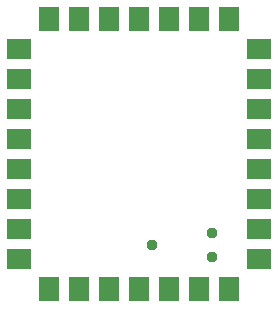
<source format=gbs>
G04 DipTrace 2.4.0.2*
%INSTM32.gbs*%
%MOIN*%
%ADD39C,0.0374*%
%ADD62R,0.0816X0.0685*%
%ADD64R,0.0685X0.0816*%
%FSLAX44Y44*%
G04*
G70*
G90*
G75*
G01*
%LNBotMask*%
%LPD*%
D64*
X8937Y12937D3*
X7937D3*
X6937D3*
X5937D3*
X4937D3*
D62*
X3937Y11937D3*
Y10937D3*
Y9937D3*
Y8937D3*
Y7937D3*
X11937Y4937D3*
Y5937D3*
D64*
X9937Y3937D3*
X10937D3*
Y12937D3*
X9937D3*
D62*
X11937Y10937D3*
Y11937D3*
D64*
X5937Y3937D3*
X4937D3*
D62*
X11937Y9937D3*
Y8937D3*
Y7937D3*
Y6937D3*
D39*
X8371Y5419D3*
X10371Y5819D3*
Y5019D3*
D64*
X6937Y3937D3*
X7937D3*
X8937D3*
D62*
X3937Y4937D3*
Y5937D3*
Y6937D3*
M02*

</source>
